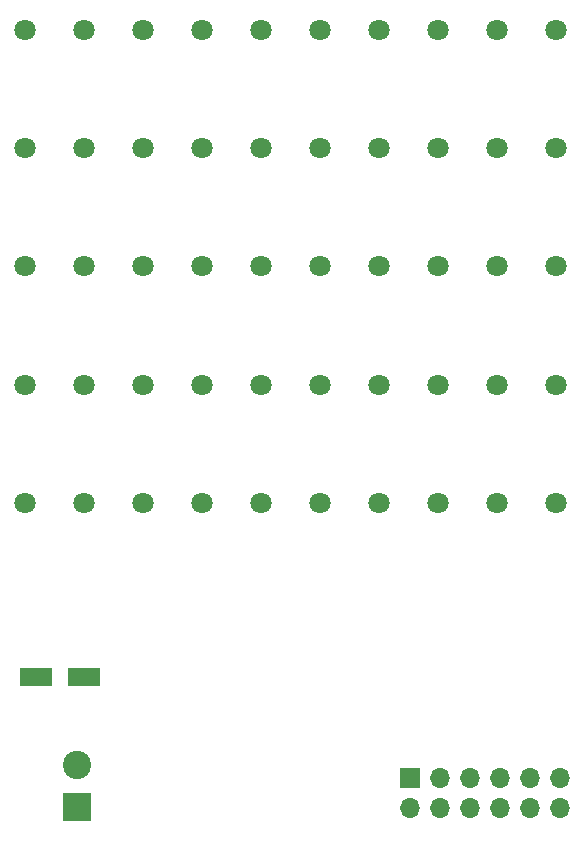
<source format=gbr>
%TF.GenerationSoftware,KiCad,Pcbnew,6.0.4-6f826c9f35~116~ubuntu20.04.1*%
%TF.CreationDate,2022-04-05T21:11:35+02:00*%
%TF.ProjectId,PhasedArray,50686173-6564-4417-9272-61792e6b6963,rev?*%
%TF.SameCoordinates,Original*%
%TF.FileFunction,Soldermask,Bot*%
%TF.FilePolarity,Negative*%
%FSLAX46Y46*%
G04 Gerber Fmt 4.6, Leading zero omitted, Abs format (unit mm)*
G04 Created by KiCad (PCBNEW 6.0.4-6f826c9f35~116~ubuntu20.04.1) date 2022-04-05 21:11:35*
%MOMM*%
%LPD*%
G01*
G04 APERTURE LIST*
G04 Aperture macros list*
%AMRoundRect*
0 Rectangle with rounded corners*
0 $1 Rounding radius*
0 $2 $3 $4 $5 $6 $7 $8 $9 X,Y pos of 4 corners*
0 Add a 4 corners polygon primitive as box body*
4,1,4,$2,$3,$4,$5,$6,$7,$8,$9,$2,$3,0*
0 Add four circle primitives for the rounded corners*
1,1,$1+$1,$2,$3*
1,1,$1+$1,$4,$5*
1,1,$1+$1,$6,$7*
1,1,$1+$1,$8,$9*
0 Add four rect primitives between the rounded corners*
20,1,$1+$1,$2,$3,$4,$5,0*
20,1,$1+$1,$4,$5,$6,$7,0*
20,1,$1+$1,$6,$7,$8,$9,0*
20,1,$1+$1,$8,$9,$2,$3,0*%
G04 Aperture macros list end*
%ADD10C,1.800000*%
%ADD11R,2.400000X2.400000*%
%ADD12C,2.400000*%
%ADD13RoundRect,0.250000X1.137500X0.550000X-1.137500X0.550000X-1.137500X-0.550000X1.137500X-0.550000X0*%
%ADD14R,1.700000X1.700000*%
%ADD15O,1.700000X1.700000*%
G04 APERTURE END LIST*
D10*
%TO.C,LS3*%
X157500000Y-50000000D03*
X152500000Y-50000000D03*
%TD*%
%TO.C,LS25*%
X117500000Y-30000000D03*
X112500000Y-30000000D03*
%TD*%
%TO.C,LS18*%
X147500000Y-30000000D03*
X142500000Y-30000000D03*
%TD*%
%TO.C,LS16*%
X127500000Y-40000000D03*
X122500000Y-40000000D03*
%TD*%
%TO.C,LS23*%
X117500000Y-50000000D03*
X112500000Y-50000000D03*
%TD*%
D11*
%TO.C,J3*%
X116900000Y-95750000D03*
D12*
X116900000Y-92250000D03*
%TD*%
D10*
%TO.C,LS12*%
X137500000Y-40000000D03*
X132500000Y-40000000D03*
%TD*%
%TO.C,LS9*%
X137500000Y-70000000D03*
X132500000Y-70000000D03*
%TD*%
%TO.C,LS24*%
X117500000Y-40000000D03*
X112500000Y-40000000D03*
%TD*%
%TO.C,LS10*%
X137500000Y-60000000D03*
X132500000Y-60000000D03*
%TD*%
%TO.C,LS15*%
X127500000Y-50000000D03*
X122500000Y-50000000D03*
%TD*%
%TO.C,LS22*%
X117500000Y-60000000D03*
X112500000Y-60000000D03*
%TD*%
%TO.C,LS2*%
X157500000Y-60000000D03*
X152500000Y-60000000D03*
%TD*%
%TO.C,LS4*%
X157500000Y-40000000D03*
X152500000Y-40000000D03*
%TD*%
%TO.C,LS8*%
X147500000Y-40000000D03*
X142500000Y-40000000D03*
%TD*%
%TO.C,LS1*%
X157500000Y-70000000D03*
X152500000Y-70000000D03*
%TD*%
%TO.C,LS11*%
X137500000Y-50000000D03*
X132500000Y-50000000D03*
%TD*%
%TO.C,LS20*%
X127500000Y-30000000D03*
X122500000Y-30000000D03*
%TD*%
%TO.C,LS13*%
X127500000Y-70000000D03*
X122500000Y-70000000D03*
%TD*%
%TO.C,LS6*%
X147500000Y-60000000D03*
X142500000Y-60000000D03*
%TD*%
%TO.C,LS19*%
X137500000Y-30000000D03*
X132500000Y-30000000D03*
%TD*%
%TO.C,LS5*%
X147500000Y-70000000D03*
X142500000Y-70000000D03*
%TD*%
D13*
%TO.C,C59*%
X117562500Y-84750000D03*
X113437500Y-84750000D03*
%TD*%
D10*
%TO.C,LS21*%
X117500000Y-70000000D03*
X112500000Y-70000000D03*
%TD*%
D14*
%TO.C,J2*%
X145150000Y-93350000D03*
D15*
X145150000Y-95890000D03*
X147690000Y-93350000D03*
X147690000Y-95890000D03*
X150230000Y-93350000D03*
X150230000Y-95890000D03*
X152770000Y-93350000D03*
X152770000Y-95890000D03*
X155310000Y-93350000D03*
X155310000Y-95890000D03*
X157850000Y-93350000D03*
X157850000Y-95890000D03*
%TD*%
D10*
%TO.C,LS14*%
X127500000Y-60000000D03*
X122500000Y-60000000D03*
%TD*%
%TO.C,LS7*%
X147500000Y-50000000D03*
X142500000Y-50000000D03*
%TD*%
%TO.C,LS17*%
X157500000Y-30000000D03*
X152500000Y-30000000D03*
%TD*%
M02*

</source>
